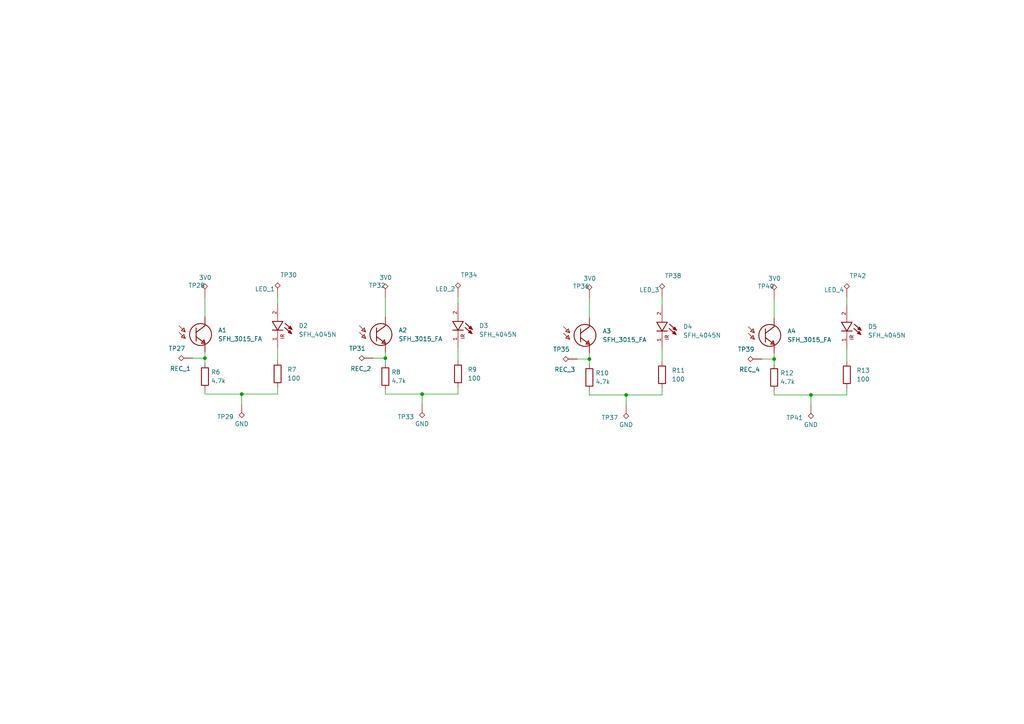
<source format=kicad_sch>
(kicad_sch (version 20211123) (generator eeschema)
  (paper "A4")
  (title_block (title "MUSHAK_PCB") (date "9 Aug 2022") (company "SRA-VJTI") (comment 1 "Designed by - Chinmay Lonkar"))
  (lib_symbols
    (symbol "Connector:TestPoint_Alt" (pin_numbers hide) (pin_names (offset 0.762) hide)
      (property "Reference" "TP" (at 0 6.858 0))
      (property "Value" "TestPoint_Alt" (at 0 5.08 0))
      (symbol "TestPoint_Alt_0_1"
        (polyline (pts (xy 0 2.54) (xy -0.762 3.302) (xy 0 4.064) (xy 0.762 3.302) (xy 0 2.54)))
      )
      (symbol "TestPoint_Alt_1_1"
        (pin passive line (at 0 0 90) (length 2.54) (name "1") (number "1"))
      )
    )
    (symbol "Device:R" (pin_numbers hide) (pin_names (offset 0))
      (property "Reference" "R" (at 2.032 0 90))
      (property "Value" "R" (at 0 0 90))
      (symbol "R_0_1"
        (rectangle (start -1.016 -2.54) (end 1.016 2.54) (stroke (width 0.254)))
      )
      (symbol "R_1_1"
        (pin passive line (at 0 3.81 270) (length 1.27) (name "~") (number "1"))
        (pin passive line (at 0 -3.81 90) (length 1.27) (name "~") (number "2"))
      )
    )
    (symbol "SFH_3015_FA:SFH_3015_FA" (pin_numbers hide) (pin_names (offset 1.016) hide)
      (property "Reference" "A" (at -10.16 5.08 0))
      (property "Value" "SFH_3015_FA" (at -10.16 -7.62 0))
      (symbol "SFH_3015_FA_0_0"
        (polyline (pts (xy -4.953 0.635) (xy -3.175 -1.143)) (stroke (width 0.1524)))
        (polyline (pts (xy -4.953 2.54) (xy -3.175 0.762)) (stroke (width 0.1524)))
        (polyline (pts (xy -4.318 -0.762) (xy -3.556 0)) (stroke (width 0.1524)))
        (polyline (pts (xy -4.318 1.143) (xy -3.556 1.905)) (stroke (width 0.1524)))
        (polyline (pts (xy -3.556 0) (xy -3.175 -1.143)) (stroke (width 0.1524)))
        (polyline (pts (xy -3.556 1.905) (xy -3.175 0.762)) (stroke (width 0.1524)))
        (polyline (pts (xy -3.175 -1.143) (xy -4.318 -0.762)) (stroke (width 0.1524)))
        (polyline (pts (xy -3.175 0.762) (xy -4.318 1.143)) (stroke (width 0.1524)))
        (polyline (pts (xy 0 -0.635) (xy 0 -1.905)) (stroke (width 0.254)))
        (polyline (pts (xy 0 -0.635) (xy 2.54 -2.54)) (stroke (width 0.254)))
        (polyline (pts (xy 0 0.635) (xy 0 -0.635)) (stroke (width 0.254)))
        (polyline (pts (xy 0 0.635) (xy 2.54 2.54)) (stroke (width 0.254)))
        (polyline (pts (xy 0 1.905) (xy 0 0.635)) (stroke (width 0.254)))
        (polyline (pts (xy 2.286 -2.286) (xy 2.54 -2.54)) (stroke (width 0.1524)))
        (polyline (pts (xy -4.318 -0.762) (xy -3.175 -1.143) (xy -3.556 0) (xy -4.318 -0.762)) (stroke (width 0.1524)) (fill (type background)))
        (polyline (pts (xy -4.318 1.143) (xy -3.175 0.762) (xy -3.556 1.905) (xy -4.318 1.143)) (stroke (width 0.1524)) (fill (type background)))
        (polyline (pts (xy 2.54 -2.54) (xy 2.286 -1.524) (xy 1.524 -2.54) (xy 2.54 -2.54)) (stroke (width 0.254)) (fill (type background)))
        (circle (center 1.27 0) (radius 3.175) (stroke (width 0.254)))
        (pin passive line (at 2.54 -5.08 90) (length 2.54) (name "~") (number "1"))
        (pin passive line (at 2.54 5.08 270) (length 2.54) (name "~") (number "2"))
      )
    )
    (symbol "SFH_4045N:SFH_4045N" (pin_names (offset 1.016) hide)
      (property "Reference" "D" (at -5.08 5.08 0))
      (property "Value" "SFH_4045N" (at -5.08 -5.08 0))
      (symbol "SFH_4045N_0_0"
        (polyline (pts (xy -2.54 -1.524) (xy 0 0)) (stroke (width 0.254)))
        (polyline (pts (xy -2.54 1.524) (xy -2.54 -1.524)) (stroke (width 0.254)))
        (polyline (pts (xy -1.1176 3.683) (xy -0.2286 4.1656)) (stroke (width 0.254)))
        (polyline (pts (xy -0.9398 3.6068) (xy -0.7112 3.7592)) (stroke (width 0.254)))
        (polyline (pts (xy -0.5588 3.2004) (xy -1.1176 3.683)) (stroke (width 0.254)))
        (polyline (pts (xy -0.5588 3.2004) (xy -0.5334 3.937)) (stroke (width 0.254)))
        (polyline (pts (xy -0.5334 3.937) (xy -0.6604 3.937)) (stroke (width 0.254)))
        (polyline (pts (xy -0.2286 4.1656) (xy -2.0066 2.1336)) (stroke (width 0.254)))
        (polyline (pts (xy -0.2286 4.1656) (xy -0.5588 3.2004)) (stroke (width 0.254)))
        (polyline (pts (xy 0 0) (xy -2.54 1.524)) (stroke (width 0.254)))
        (polyline (pts (xy 0 1.524) (xy 0 -1.524)) (stroke (width 0.254)))
        (polyline (pts (xy 0.127 3.5814) (xy 1.016 4.064)) (stroke (width 0.254)))
        (polyline (pts (xy 0.3048 3.5052) (xy 0.5334 3.6576)) (stroke (width 0.254)))
        (polyline (pts (xy 0.6858 3.0988) (xy 0.127 3.5814)) (stroke (width 0.254)))
        (polyline (pts (xy 0.6858 3.0988) (xy 0.7112 3.8354)) (stroke (width 0.254)))
        (polyline (pts (xy 0.7112 3.8354) (xy 0.5842 3.8354)) (stroke (width 0.254)))
        (polyline (pts (xy 1.016 4.064) (xy -0.762 2.032)) (stroke (width 0.254)))
        (polyline (pts (xy 1.016 4.064) (xy 0.6858 3.0988)) (stroke (width 0.254)))
        (text "IR" (at 1.016 2.032 0) (effects (font (size 1.016 1.016)) (justify left bottom)))
        (pin passive line (at 5.08 0 180) (length 5.08) (name "~") (number "1"))
        (pin passive line (at -7.62 0 0) (length 5.08) (name "~") (number "2"))
      )
    )
  )
  (junction (at 235.204 114.554))
  (junction (at 224.536 104.14))
  (junction (at 70.104 114.3))
  (junction (at 170.942 104.14))
  (junction (at 181.61 114.554))
  (junction (at 111.76 103.886))
  (junction (at 59.436 103.886))
  (junction (at 122.428 114.3))
  (wire (pts (xy 170.942 104.14) (xy 170.942 105.664)))
  (wire (pts (xy 192.024 86.36) (xy 192.024 88.392)))
  (wire (pts (xy 132.842 114.3) (xy 122.428 114.3)))
  (wire (pts (xy 108.204 103.886) (xy 111.76 103.886)))
  (wire (pts (xy 220.98 104.14) (xy 224.536 104.14)))
  (wire (pts (xy 70.104 114.3) (xy 59.436 114.3)))
  (wire (pts (xy 59.436 102.108) (xy 59.436 103.886)))
  (wire (pts (xy 192.024 101.092) (xy 192.024 104.902)))
  (wire (pts (xy 80.518 86.106) (xy 80.518 88.138)))
  (wire (pts (xy 245.618 114.554) (xy 235.204 114.554)))
  (wire (pts (xy 132.842 112.268) (xy 132.842 114.3)))
  (wire (pts (xy 192.024 112.522) (xy 192.024 114.554)))
  (wire (pts (xy 111.76 102.108) (xy 111.76 103.886)))
  (wire (pts (xy 170.942 114.554) (xy 170.942 113.284)))
  (wire (pts (xy 111.76 114.3) (xy 111.76 113.03)))
  (wire (pts (xy 111.76 103.886) (xy 111.76 105.41)))
  (wire (pts (xy 132.842 86.106) (xy 132.842 88.138)))
  (wire (pts (xy 167.386 104.14) (xy 170.942 104.14)))
  (wire (pts (xy 59.436 103.886) (xy 59.436 105.41)))
  (wire (pts (xy 224.536 114.554) (xy 224.536 113.284)))
  (wire (pts (xy 59.436 86.36) (xy 59.436 91.948)))
  (wire (pts (xy 111.76 86.36) (xy 111.76 91.948)))
  (wire (pts (xy 170.942 86.614) (xy 170.942 92.202)))
  (wire (pts (xy 192.024 114.554) (xy 181.61 114.554)))
  (wire (pts (xy 245.618 101.092) (xy 245.618 104.902)))
  (wire (pts (xy 245.618 86.36) (xy 245.618 88.392)))
  (wire (pts (xy 122.428 114.3) (xy 122.428 117.094)))
  (wire (pts (xy 80.518 100.838) (xy 80.518 104.648)))
  (wire (pts (xy 224.536 102.362) (xy 224.536 104.14)))
  (wire (pts (xy 224.536 104.14) (xy 224.536 105.664)))
  (wire (pts (xy 80.518 112.268) (xy 80.518 114.3)))
  (wire (pts (xy 122.428 114.3) (xy 111.76 114.3)))
  (wire (pts (xy 80.518 114.3) (xy 70.104 114.3)))
  (wire (pts (xy 70.104 114.3) (xy 70.104 117.094)))
  (wire (pts (xy 181.61 114.554) (xy 170.942 114.554)))
  (wire (pts (xy 235.204 114.554) (xy 235.204 117.348)))
  (wire (pts (xy 181.61 114.554) (xy 181.61 117.348)))
  (wire (pts (xy 224.536 86.614) (xy 224.536 92.202)))
  (wire (pts (xy 170.942 102.362) (xy 170.942 104.14)))
  (wire (pts (xy 245.618 112.522) (xy 245.618 114.554)))
  (wire (pts (xy 132.842 100.838) (xy 132.842 104.648)))
  (wire (pts (xy 59.436 114.3) (xy 59.436 113.03)))
  (wire (pts (xy 55.88 103.886) (xy 59.436 103.886)))
  (wire (pts (xy 235.204 114.554) (xy 224.536 114.554)))
  (symbol (lib_id "Connector:TestPoint_Alt") (at 70.104 117.094 180) (unit 1)
    (property "Reference" "TP29" (at 67.818 120.904 0) (effects (justify left)))
    (property "Value" "GND" (at 72.136 122.936 0) (effects (justify left)))
    (property "Footprint" "TestPoint:TestPoint_Pad_2.5x2.5mm" (effects hide))
  )
  (symbol (lib_id "Connector:TestPoint_Alt") (at 132.842 86.106 0) (unit 1)
    (property "Reference" "TP34" (at 133.604 79.756 0) (effects (justify left)))
    (property "Value" "LED_2" (at 126.238 83.82 0) (effects (justify left)))
  )
  (symbol (lib_id "SFH_3015_FA:SFH_3015_FA") (at 56.896 97.028 0) (unit 1)
    (property "Reference" "A1" (at 63.246 95.7579 0) (effects (justify left)))
    (property "Value" "SFH_3015_FA" (at 63.246 98.2979 0) (effects (justify left)))
    (property "Footprint" "XDCR_SFH_3015_FA" (effects hide))
    (property "MAXIMUM_PACKAGE_HEIGHT" "1.8 mm" (effects hide))
    (property "MANUFACTURER" "OSRAM" (effects hide))
    (property "PARTREV" "1.6" (effects hide))
    (property "STANDARD" "Manufacturer Recommendations" (effects hide))
  )
  (symbol (lib_id "Connector:TestPoint_Alt") (at 235.204 117.348 180) (unit 1)
    (property "Reference" "TP41" (at 232.918 121.158 0) (effects (justify left)))
    (property "Value" "GND" (at 237.236 123.19 0) (effects (justify left)))
  )
  (symbol (lib_id "SFH_3015_FA:SFH_3015_FA") (at 168.402 97.282 0) (unit 1)
    (property "Reference" "A3" (at 174.752 96.0119 0) (effects (justify left)))
    (property "Value" "SFH_3015_FA" (at 174.752 98.5519 0) (effects (justify left)))
    (property "Footprint" "XDCR_SFH_3015_FA" (effects hide))
    (property "MAXIMUM_PACKAGE_HEIGHT" "1.8 mm" (effects hide))
    (property "MANUFACTURER" "OSRAM" (effects hide))
    (property "PARTREV" "1.6" (effects hide))
    (property "STANDARD" "Manufacturer Recommendations" (effects hide))
  )
  (symbol (lib_id "Device:R") (at 132.842 108.458 0) (unit 1)
    (property "Reference" "R9" (at 135.636 107.1879 0) (effects (justify left)))
    (property "Value" "100" (at 135.636 109.7279 0) (effects (justify left)))
  )
  (symbol (lib_id "Device:R") (at 111.76 109.22 0) (unit 1)
    (property "Reference" "R8" (at 113.538 107.9499 0) (effects (justify left)))
    (property "Value" "4.7k" (at 113.538 110.4899 0) (effects (justify left)))
  )
  (symbol (lib_id "Connector:TestPoint_Alt") (at 245.618 86.36 0) (unit 1)
    (property "Reference" "TP42" (at 246.38 80.01 0) (effects (justify left)))
    (property "Value" "LED_4" (at 239.014 84.074 0) (effects (justify left)))
  )
  (symbol (lib_id "Connector:TestPoint_Alt") (at 111.76 86.36 0) (unit 1)
    (property "Reference" "TP32" (at 106.934 82.804 0) (effects (justify left)))
    (property "Value" "3V0" (at 109.982 80.518 0) (effects (justify left)))
  )
  (symbol (lib_id "SFH_3015_FA:SFH_3015_FA") (at 221.996 97.282 0) (unit 1)
    (property "Reference" "A4" (at 228.346 96.0119 0) (effects (justify left)))
    (property "Value" "SFH_3015_FA" (at 228.346 98.5519 0) (effects (justify left)))
    (property "Footprint" "XDCR_SFH_3015_FA" (effects hide))
    (property "MAXIMUM_PACKAGE_HEIGHT" "1.8 mm" (effects hide))
    (property "MANUFACTURER" "OSRAM" (effects hide))
    (property "PARTREV" "1.6" (effects hide))
    (property "STANDARD" "Manufacturer Recommendations" (effects hide))
  )
  (symbol (lib_id "Connector:TestPoint_Alt") (at 220.98 104.14 90) (unit 1)
    (property "Reference" "TP39" (at 216.408 101.346 90))
    (property "Value" "REC_4" (at 217.424 107.188 90))
  )
  (symbol (lib_id "Connector:TestPoint_Alt") (at 167.386 104.14 90) (unit 1)
    (property "Reference" "TP35" (at 162.814 101.346 90))
    (property "Value" "REC_3" (at 163.83 107.188 90))
  )
  (symbol (lib_id "SFH_4045N:SFH_4045N") (at 132.842 95.758 270) (unit 1)
    (property "Reference" "D3" (at 138.938 94.4758 90) (effects (justify left)))
    (property "Value" "SFH_4045N" (at 138.938 97.0158 90) (effects (justify left)))
    (property "Footprint" "LED_SFH_4045N" (effects hide))
    (property "MAXIMUM_PACKAGE_HEIGHT" "1.3 mm" (effects hide))
    (property "MANUFACTURER" "OSRAM Opto" (effects hide))
    (property "PARTREV" "1.5" (effects hide))
    (property "STANDARD" "Manufacturer Recommendations" (effects hide))
  )
  (symbol (lib_id "SFH_4045N:SFH_4045N") (at 80.518 95.758 270) (unit 1)
    (property "Reference" "D2" (at 86.614 94.4758 90) (effects (justify left)))
    (property "Value" "SFH_4045N" (at 86.614 97.0158 90) (effects (justify left)))
    (property "Footprint" "LED_SFH_4045N" (effects hide))
    (property "MAXIMUM_PACKAGE_HEIGHT" "1.3 mm" (effects hide))
    (property "MANUFACTURER" "OSRAM Opto" (effects hide))
    (property "PARTREV" "1.5" (effects hide))
    (property "STANDARD" "Manufacturer Recommendations" (effects hide))
  )
  (symbol (lib_id "Connector:TestPoint_Alt") (at 192.024 86.36 0) (unit 1)
    (property "Reference" "TP38" (at 192.786 80.01 0) (effects (justify left)))
    (property "Value" "LED_3" (at 185.42 84.074 0) (effects (justify left)))
  )
  (symbol (lib_id "SFH_4045N:SFH_4045N") (at 245.618 96.012 270) (unit 1)
    (property "Reference" "D5" (at 251.714 94.7298 90) (effects (justify left)))
    (property "Value" "SFH_4045N" (at 251.714 97.2698 90) (effects (justify left)))
    (property "Footprint" "LED_SFH_4045N" (effects hide))
    (property "MAXIMUM_PACKAGE_HEIGHT" "1.3 mm" (effects hide))
    (property "MANUFACTURER" "OSRAM Opto" (effects hide))
    (property "PARTREV" "1.5" (effects hide))
    (property "STANDARD" "Manufacturer Recommendations" (effects hide))
  )
  (symbol (lib_id "Connector:TestPoint_Alt") (at 170.942 86.614 0) (unit 1)
    (property "Reference" "TP36" (at 166.116 83.058 0) (effects (justify left)))
    (property "Value" "3V0" (at 169.164 80.772 0) (effects (justify left)))
  )
  (symbol (lib_id "Device:R") (at 59.436 109.22 0) (unit 1)
    (property "Reference" "R6" (at 61.214 107.9499 0) (effects (justify left)))
    (property "Value" "4.7k" (at 61.214 110.4899 0) (effects (justify left)))
  )
  (symbol (lib_id "Connector:TestPoint_Alt") (at 224.536 86.614 0) (unit 1)
    (property "Reference" "TP40" (at 219.71 83.058 0) (effects (justify left)))
    (property "Value" "3V0" (at 222.758 80.772 0) (effects (justify left)))
  )
  (symbol (lib_id "SFH_3015_FA:SFH_3015_FA") (at 109.22 97.028 0) (unit 1)
    (property "Reference" "A2" (at 115.57 95.7579 0) (effects (justify left)))
    (property "Value" "SFH_3015_FA" (at 115.57 98.2979 0) (effects (justify left)))
    (property "Footprint" "XDCR_SFH_3015_FA" (effects hide))
    (property "MAXIMUM_PACKAGE_HEIGHT" "1.8 mm" (effects hide))
    (property "MANUFACTURER" "OSRAM" (effects hide))
    (property "PARTREV" "1.6" (effects hide))
    (property "STANDARD" "Manufacturer Recommendations" (effects hide))
  )
  (symbol (lib_id "SFH_4045N:SFH_4045N") (at 192.024 96.012 270) (unit 1)
    (property "Reference" "D4" (at 198.12 94.7298 90) (effects (justify left)))
    (property "Value" "SFH_4045N" (at 198.12 97.2698 90) (effects (justify left)))
    (property "Footprint" "LED_SFH_4045N" (effects hide))
    (property "MAXIMUM_PACKAGE_HEIGHT" "1.3 mm" (effects hide))
    (property "MANUFACTURER" "OSRAM Opto" (effects hide))
    (property "PARTREV" "1.5" (effects hide))
    (property "STANDARD" "Manufacturer Recommendations" (effects hide))
  )
  (symbol (lib_id "Device:R") (at 192.024 108.712 0) (unit 1)
    (property "Reference" "R11" (at 194.818 107.4419 0) (effects (justify left)))
    (property "Value" "100" (at 194.818 109.9819 0) (effects (justify left)))
  )
  (symbol (lib_id "Connector:TestPoint_Alt") (at 108.204 103.886 90) (unit 1)
    (property "Reference" "TP31" (at 103.632 101.092 90))
    (property "Value" "REC_2" (at 104.648 106.934 90))
  )
  (symbol (lib_id "Connector:TestPoint_Alt") (at 80.518 86.106 0) (unit 1)
    (property "Reference" "TP30" (at 81.28 79.756 0) (effects (justify left)))
    (property "Value" "LED_1" (at 73.914 83.82 0) (effects (justify left)))
    (property "Footprint" "TestPoint:TestPoint_Keystone_5019_Minature" (effects hide))
  )
  (symbol (lib_id "Connector:TestPoint_Alt") (at 59.436 86.36 0) (unit 1)
    (property "Reference" "TP28" (at 54.61 82.804 0) (effects (justify left)))
    (property "Value" "3V0" (at 57.658 80.518 0) (effects (justify left)))
  )
  (symbol (lib_id "Device:R") (at 245.618 108.712 0) (unit 1)
    (property "Reference" "R13" (at 248.412 107.4419 0) (effects (justify left)))
    (property "Value" "100" (at 248.412 109.9819 0) (effects (justify left)))
  )
  (symbol (lib_id "Connector:TestPoint_Alt") (at 55.88 103.886 90) (unit 1)
    (property "Reference" "TP27" (at 51.308 101.092 90))
    (property "Value" "REC_1" (at 52.324 106.934 90))
  )
  (symbol (lib_id "Connector:TestPoint_Alt") (at 181.61 117.348 180) (unit 1)
    (property "Reference" "TP37" (at 179.324 121.158 0) (effects (justify left)))
    (property "Value" "GND" (at 183.642 123.19 0) (effects (justify left)))
  )
  (symbol (lib_id "Device:R") (at 224.536 109.474 0) (unit 1)
    (property "Reference" "R12" (at 226.314 108.2039 0) (effects (justify left)))
    (property "Value" "4.7k" (at 226.314 110.7439 0) (effects (justify left)))
  )
  (symbol (lib_id "Connector:TestPoint_Alt") (at 122.428 117.094 180) (unit 1)
    (property "Reference" "TP33" (at 120.142 120.904 0) (effects (justify left)))
    (property "Value" "GND" (at 124.46 122.936 0) (effects (justify left)))
  )
  (symbol (lib_id "Device:R") (at 170.942 109.474 0) (unit 1)
    (property "Reference" "R10" (at 172.72 108.2039 0) (effects (justify left)))
    (property "Value" "4.7k" (at 172.72 110.7439 0) (effects (justify left)))
  )
  (symbol (lib_id "Device:R") (at 80.518 108.458 0) (unit 1)
    (property "Reference" "R7" (at 83.312 107.1879 0) (effects (justify left)))
    (property "Value" "100" (at 83.312 109.7279 0) (effects (justify left)))
  )
)
</source>
